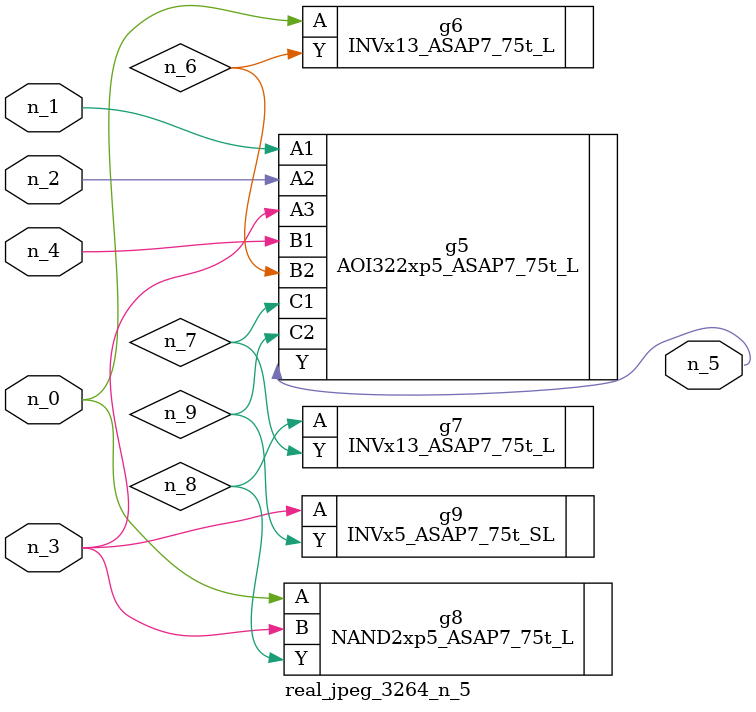
<source format=v>
module real_jpeg_3264_n_5 (n_4, n_0, n_1, n_2, n_3, n_5);

input n_4;
input n_0;
input n_1;
input n_2;
input n_3;

output n_5;

wire n_8;
wire n_6;
wire n_7;
wire n_9;

INVx13_ASAP7_75t_L g6 ( 
.A(n_0),
.Y(n_6)
);

NAND2xp5_ASAP7_75t_L g8 ( 
.A(n_0),
.B(n_3),
.Y(n_8)
);

AOI322xp5_ASAP7_75t_L g5 ( 
.A1(n_1),
.A2(n_2),
.A3(n_3),
.B1(n_4),
.B2(n_6),
.C1(n_7),
.C2(n_9),
.Y(n_5)
);

INVx5_ASAP7_75t_SL g9 ( 
.A(n_3),
.Y(n_9)
);

INVx13_ASAP7_75t_L g7 ( 
.A(n_8),
.Y(n_7)
);


endmodule
</source>
